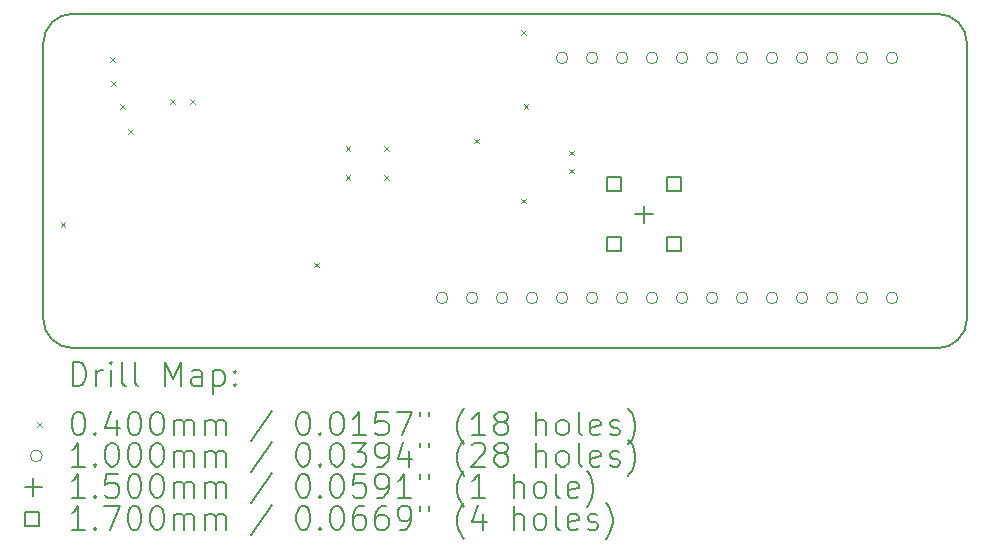
<source format=gbr>
%TF.GenerationSoftware,KiCad,Pcbnew,(6.0.7-1)-1*%
%TF.CreationDate,2023-10-03T00:10:06-07:00*%
%TF.ProjectId,FeatherWing_KC5,46656174-6865-4725-9769-6e675f4b4335,rev?*%
%TF.SameCoordinates,Original*%
%TF.FileFunction,Drillmap*%
%TF.FilePolarity,Positive*%
%FSLAX45Y45*%
G04 Gerber Fmt 4.5, Leading zero omitted, Abs format (unit mm)*
G04 Created by KiCad (PCBNEW (6.0.7-1)-1) date 2023-10-03 00:10:06*
%MOMM*%
%LPD*%
G01*
G04 APERTURE LIST*
%ADD10C,0.150000*%
%ADD11C,0.200000*%
%ADD12C,0.040000*%
%ADD13C,0.100000*%
%ADD14C,0.170000*%
G04 APERTURE END LIST*
D10*
X4556000Y-6795000D02*
X4556000Y-4470000D01*
X4556000Y-6795000D02*
G75*
G03*
X4810000Y-7049000I254000J0D01*
G01*
X12379389Y-4471000D02*
G75*
G03*
X12125000Y-4216000I-254389J610D01*
G01*
X4810000Y-4216000D02*
X12125000Y-4216000D01*
X4810000Y-7049000D02*
X12125395Y-7049000D01*
X12125395Y-7048995D02*
G75*
G03*
X12379395Y-6795000I-5J254005D01*
G01*
X12379395Y-6795000D02*
X12379395Y-4471000D01*
X4810000Y-4216000D02*
G75*
G03*
X4556000Y-4470000I0J-254000D01*
G01*
D11*
D12*
X4704000Y-5981000D02*
X4744000Y-6021000D01*
X4744000Y-5981000D02*
X4704000Y-6021000D01*
X5122000Y-4586000D02*
X5162000Y-4626000D01*
X5162000Y-4586000D02*
X5122000Y-4626000D01*
X5129000Y-4788000D02*
X5169000Y-4828000D01*
X5169000Y-4788000D02*
X5129000Y-4828000D01*
X5211000Y-4980000D02*
X5251000Y-5020000D01*
X5251000Y-4980000D02*
X5211000Y-5020000D01*
X5279000Y-5194000D02*
X5319000Y-5234000D01*
X5319000Y-5194000D02*
X5279000Y-5234000D01*
X5632000Y-4943000D02*
X5672000Y-4983000D01*
X5672000Y-4943000D02*
X5632000Y-4983000D01*
X5798000Y-4942000D02*
X5838000Y-4982000D01*
X5838000Y-4942000D02*
X5798000Y-4982000D01*
X6848000Y-6324000D02*
X6888000Y-6364000D01*
X6888000Y-6324000D02*
X6848000Y-6364000D01*
X7118000Y-5340000D02*
X7158000Y-5380000D01*
X7158000Y-5340000D02*
X7118000Y-5380000D01*
X7118000Y-5585000D02*
X7158000Y-5625000D01*
X7158000Y-5585000D02*
X7118000Y-5625000D01*
X7445000Y-5340000D02*
X7485000Y-5380000D01*
X7485000Y-5340000D02*
X7445000Y-5380000D01*
X7445000Y-5585000D02*
X7485000Y-5625000D01*
X7485000Y-5585000D02*
X7445000Y-5625000D01*
X8205000Y-5275000D02*
X8245000Y-5315000D01*
X8245000Y-5275000D02*
X8205000Y-5315000D01*
X8601000Y-4355000D02*
X8641000Y-4395000D01*
X8641000Y-4355000D02*
X8601000Y-4395000D01*
X8606000Y-5782000D02*
X8646000Y-5822000D01*
X8646000Y-5782000D02*
X8606000Y-5822000D01*
X8625000Y-4980000D02*
X8665000Y-5020000D01*
X8665000Y-4980000D02*
X8625000Y-5020000D01*
X9007000Y-5377000D02*
X9047000Y-5417000D01*
X9047000Y-5377000D02*
X9007000Y-5417000D01*
X9007000Y-5529000D02*
X9047000Y-5569000D01*
X9047000Y-5529000D02*
X9007000Y-5569000D01*
D13*
X7984000Y-6623000D02*
G75*
G03*
X7984000Y-6623000I-50000J0D01*
G01*
X8238000Y-6623000D02*
G75*
G03*
X8238000Y-6623000I-50000J0D01*
G01*
X8492000Y-6623000D02*
G75*
G03*
X8492000Y-6623000I-50000J0D01*
G01*
X8746000Y-6623000D02*
G75*
G03*
X8746000Y-6623000I-50000J0D01*
G01*
X9000000Y-4591000D02*
G75*
G03*
X9000000Y-4591000I-50000J0D01*
G01*
X9000000Y-6623000D02*
G75*
G03*
X9000000Y-6623000I-50000J0D01*
G01*
X9254000Y-4591000D02*
G75*
G03*
X9254000Y-4591000I-50000J0D01*
G01*
X9254000Y-6623000D02*
G75*
G03*
X9254000Y-6623000I-50000J0D01*
G01*
X9508000Y-4591000D02*
G75*
G03*
X9508000Y-4591000I-50000J0D01*
G01*
X9508000Y-6623000D02*
G75*
G03*
X9508000Y-6623000I-50000J0D01*
G01*
X9762000Y-4591000D02*
G75*
G03*
X9762000Y-4591000I-50000J0D01*
G01*
X9762000Y-6623000D02*
G75*
G03*
X9762000Y-6623000I-50000J0D01*
G01*
X10016000Y-4591000D02*
G75*
G03*
X10016000Y-4591000I-50000J0D01*
G01*
X10016000Y-6623000D02*
G75*
G03*
X10016000Y-6623000I-50000J0D01*
G01*
X10270000Y-4591000D02*
G75*
G03*
X10270000Y-4591000I-50000J0D01*
G01*
X10270000Y-6623000D02*
G75*
G03*
X10270000Y-6623000I-50000J0D01*
G01*
X10524000Y-4591000D02*
G75*
G03*
X10524000Y-4591000I-50000J0D01*
G01*
X10524000Y-6623000D02*
G75*
G03*
X10524000Y-6623000I-50000J0D01*
G01*
X10778000Y-4591000D02*
G75*
G03*
X10778000Y-4591000I-50000J0D01*
G01*
X10778000Y-6623000D02*
G75*
G03*
X10778000Y-6623000I-50000J0D01*
G01*
X11032000Y-4591000D02*
G75*
G03*
X11032000Y-4591000I-50000J0D01*
G01*
X11032000Y-6623000D02*
G75*
G03*
X11032000Y-6623000I-50000J0D01*
G01*
X11286000Y-4591000D02*
G75*
G03*
X11286000Y-4591000I-50000J0D01*
G01*
X11286000Y-6623000D02*
G75*
G03*
X11286000Y-6623000I-50000J0D01*
G01*
X11540000Y-4591000D02*
G75*
G03*
X11540000Y-4591000I-50000J0D01*
G01*
X11540000Y-6623000D02*
G75*
G03*
X11540000Y-6623000I-50000J0D01*
G01*
X11794000Y-4591000D02*
G75*
G03*
X11794000Y-4591000I-50000J0D01*
G01*
X11794000Y-6623000D02*
G75*
G03*
X11794000Y-6623000I-50000J0D01*
G01*
D10*
X9646000Y-5840750D02*
X9646000Y-5990750D01*
X9571000Y-5915750D02*
X9721000Y-5915750D01*
D14*
X9452105Y-5721855D02*
X9452105Y-5601645D01*
X9331895Y-5601645D01*
X9331895Y-5721855D01*
X9452105Y-5721855D01*
X9452105Y-6229855D02*
X9452105Y-6109645D01*
X9331895Y-6109645D01*
X9331895Y-6229855D01*
X9452105Y-6229855D01*
X9960105Y-5721855D02*
X9960105Y-5601645D01*
X9839895Y-5601645D01*
X9839895Y-5721855D01*
X9960105Y-5721855D01*
X9960105Y-6229855D02*
X9960105Y-6109645D01*
X9839895Y-6109645D01*
X9839895Y-6229855D01*
X9960105Y-6229855D01*
D11*
X4806119Y-7366976D02*
X4806119Y-7166976D01*
X4853738Y-7166976D01*
X4882310Y-7176500D01*
X4901357Y-7195548D01*
X4910881Y-7214595D01*
X4920405Y-7252690D01*
X4920405Y-7281262D01*
X4910881Y-7319357D01*
X4901357Y-7338405D01*
X4882310Y-7357452D01*
X4853738Y-7366976D01*
X4806119Y-7366976D01*
X5006119Y-7366976D02*
X5006119Y-7233643D01*
X5006119Y-7271738D02*
X5015643Y-7252690D01*
X5025167Y-7243167D01*
X5044214Y-7233643D01*
X5063262Y-7233643D01*
X5129929Y-7366976D02*
X5129929Y-7233643D01*
X5129929Y-7166976D02*
X5120405Y-7176500D01*
X5129929Y-7186024D01*
X5139452Y-7176500D01*
X5129929Y-7166976D01*
X5129929Y-7186024D01*
X5253738Y-7366976D02*
X5234690Y-7357452D01*
X5225167Y-7338405D01*
X5225167Y-7166976D01*
X5358500Y-7366976D02*
X5339452Y-7357452D01*
X5329929Y-7338405D01*
X5329929Y-7166976D01*
X5587071Y-7366976D02*
X5587071Y-7166976D01*
X5653738Y-7309833D01*
X5720405Y-7166976D01*
X5720405Y-7366976D01*
X5901357Y-7366976D02*
X5901357Y-7262214D01*
X5891833Y-7243167D01*
X5872786Y-7233643D01*
X5834690Y-7233643D01*
X5815643Y-7243167D01*
X5901357Y-7357452D02*
X5882309Y-7366976D01*
X5834690Y-7366976D01*
X5815643Y-7357452D01*
X5806119Y-7338405D01*
X5806119Y-7319357D01*
X5815643Y-7300309D01*
X5834690Y-7290786D01*
X5882309Y-7290786D01*
X5901357Y-7281262D01*
X5996595Y-7233643D02*
X5996595Y-7433643D01*
X5996595Y-7243167D02*
X6015643Y-7233643D01*
X6053738Y-7233643D01*
X6072786Y-7243167D01*
X6082309Y-7252690D01*
X6091833Y-7271738D01*
X6091833Y-7328881D01*
X6082309Y-7347928D01*
X6072786Y-7357452D01*
X6053738Y-7366976D01*
X6015643Y-7366976D01*
X5996595Y-7357452D01*
X6177548Y-7347928D02*
X6187071Y-7357452D01*
X6177548Y-7366976D01*
X6168024Y-7357452D01*
X6177548Y-7347928D01*
X6177548Y-7366976D01*
X6177548Y-7243167D02*
X6187071Y-7252690D01*
X6177548Y-7262214D01*
X6168024Y-7252690D01*
X6177548Y-7243167D01*
X6177548Y-7262214D01*
D12*
X4508500Y-7676500D02*
X4548500Y-7716500D01*
X4548500Y-7676500D02*
X4508500Y-7716500D01*
D11*
X4844214Y-7586976D02*
X4863262Y-7586976D01*
X4882310Y-7596500D01*
X4891833Y-7606024D01*
X4901357Y-7625071D01*
X4910881Y-7663167D01*
X4910881Y-7710786D01*
X4901357Y-7748881D01*
X4891833Y-7767928D01*
X4882310Y-7777452D01*
X4863262Y-7786976D01*
X4844214Y-7786976D01*
X4825167Y-7777452D01*
X4815643Y-7767928D01*
X4806119Y-7748881D01*
X4796595Y-7710786D01*
X4796595Y-7663167D01*
X4806119Y-7625071D01*
X4815643Y-7606024D01*
X4825167Y-7596500D01*
X4844214Y-7586976D01*
X4996595Y-7767928D02*
X5006119Y-7777452D01*
X4996595Y-7786976D01*
X4987071Y-7777452D01*
X4996595Y-7767928D01*
X4996595Y-7786976D01*
X5177548Y-7653643D02*
X5177548Y-7786976D01*
X5129929Y-7577452D02*
X5082310Y-7720309D01*
X5206119Y-7720309D01*
X5320405Y-7586976D02*
X5339452Y-7586976D01*
X5358500Y-7596500D01*
X5368024Y-7606024D01*
X5377548Y-7625071D01*
X5387071Y-7663167D01*
X5387071Y-7710786D01*
X5377548Y-7748881D01*
X5368024Y-7767928D01*
X5358500Y-7777452D01*
X5339452Y-7786976D01*
X5320405Y-7786976D01*
X5301357Y-7777452D01*
X5291833Y-7767928D01*
X5282310Y-7748881D01*
X5272786Y-7710786D01*
X5272786Y-7663167D01*
X5282310Y-7625071D01*
X5291833Y-7606024D01*
X5301357Y-7596500D01*
X5320405Y-7586976D01*
X5510881Y-7586976D02*
X5529929Y-7586976D01*
X5548976Y-7596500D01*
X5558500Y-7606024D01*
X5568024Y-7625071D01*
X5577548Y-7663167D01*
X5577548Y-7710786D01*
X5568024Y-7748881D01*
X5558500Y-7767928D01*
X5548976Y-7777452D01*
X5529929Y-7786976D01*
X5510881Y-7786976D01*
X5491833Y-7777452D01*
X5482310Y-7767928D01*
X5472786Y-7748881D01*
X5463262Y-7710786D01*
X5463262Y-7663167D01*
X5472786Y-7625071D01*
X5482310Y-7606024D01*
X5491833Y-7596500D01*
X5510881Y-7586976D01*
X5663262Y-7786976D02*
X5663262Y-7653643D01*
X5663262Y-7672690D02*
X5672786Y-7663167D01*
X5691833Y-7653643D01*
X5720405Y-7653643D01*
X5739452Y-7663167D01*
X5748976Y-7682214D01*
X5748976Y-7786976D01*
X5748976Y-7682214D02*
X5758500Y-7663167D01*
X5777548Y-7653643D01*
X5806119Y-7653643D01*
X5825167Y-7663167D01*
X5834690Y-7682214D01*
X5834690Y-7786976D01*
X5929928Y-7786976D02*
X5929928Y-7653643D01*
X5929928Y-7672690D02*
X5939452Y-7663167D01*
X5958500Y-7653643D01*
X5987071Y-7653643D01*
X6006119Y-7663167D01*
X6015643Y-7682214D01*
X6015643Y-7786976D01*
X6015643Y-7682214D02*
X6025167Y-7663167D01*
X6044214Y-7653643D01*
X6072786Y-7653643D01*
X6091833Y-7663167D01*
X6101357Y-7682214D01*
X6101357Y-7786976D01*
X6491833Y-7577452D02*
X6320405Y-7834595D01*
X6748976Y-7586976D02*
X6768024Y-7586976D01*
X6787071Y-7596500D01*
X6796595Y-7606024D01*
X6806119Y-7625071D01*
X6815643Y-7663167D01*
X6815643Y-7710786D01*
X6806119Y-7748881D01*
X6796595Y-7767928D01*
X6787071Y-7777452D01*
X6768024Y-7786976D01*
X6748976Y-7786976D01*
X6729928Y-7777452D01*
X6720405Y-7767928D01*
X6710881Y-7748881D01*
X6701357Y-7710786D01*
X6701357Y-7663167D01*
X6710881Y-7625071D01*
X6720405Y-7606024D01*
X6729928Y-7596500D01*
X6748976Y-7586976D01*
X6901357Y-7767928D02*
X6910881Y-7777452D01*
X6901357Y-7786976D01*
X6891833Y-7777452D01*
X6901357Y-7767928D01*
X6901357Y-7786976D01*
X7034690Y-7586976D02*
X7053738Y-7586976D01*
X7072786Y-7596500D01*
X7082309Y-7606024D01*
X7091833Y-7625071D01*
X7101357Y-7663167D01*
X7101357Y-7710786D01*
X7091833Y-7748881D01*
X7082309Y-7767928D01*
X7072786Y-7777452D01*
X7053738Y-7786976D01*
X7034690Y-7786976D01*
X7015643Y-7777452D01*
X7006119Y-7767928D01*
X6996595Y-7748881D01*
X6987071Y-7710786D01*
X6987071Y-7663167D01*
X6996595Y-7625071D01*
X7006119Y-7606024D01*
X7015643Y-7596500D01*
X7034690Y-7586976D01*
X7291833Y-7786976D02*
X7177548Y-7786976D01*
X7234690Y-7786976D02*
X7234690Y-7586976D01*
X7215643Y-7615548D01*
X7196595Y-7634595D01*
X7177548Y-7644119D01*
X7472786Y-7586976D02*
X7377548Y-7586976D01*
X7368024Y-7682214D01*
X7377548Y-7672690D01*
X7396595Y-7663167D01*
X7444214Y-7663167D01*
X7463262Y-7672690D01*
X7472786Y-7682214D01*
X7482309Y-7701262D01*
X7482309Y-7748881D01*
X7472786Y-7767928D01*
X7463262Y-7777452D01*
X7444214Y-7786976D01*
X7396595Y-7786976D01*
X7377548Y-7777452D01*
X7368024Y-7767928D01*
X7548976Y-7586976D02*
X7682309Y-7586976D01*
X7596595Y-7786976D01*
X7748976Y-7586976D02*
X7748976Y-7625071D01*
X7825167Y-7586976D02*
X7825167Y-7625071D01*
X8120405Y-7863167D02*
X8110881Y-7853643D01*
X8091833Y-7825071D01*
X8082309Y-7806024D01*
X8072786Y-7777452D01*
X8063262Y-7729833D01*
X8063262Y-7691738D01*
X8072786Y-7644119D01*
X8082309Y-7615548D01*
X8091833Y-7596500D01*
X8110881Y-7567928D01*
X8120405Y-7558405D01*
X8301357Y-7786976D02*
X8187071Y-7786976D01*
X8244214Y-7786976D02*
X8244214Y-7586976D01*
X8225167Y-7615548D01*
X8206119Y-7634595D01*
X8187071Y-7644119D01*
X8415643Y-7672690D02*
X8396595Y-7663167D01*
X8387071Y-7653643D01*
X8377548Y-7634595D01*
X8377548Y-7625071D01*
X8387071Y-7606024D01*
X8396595Y-7596500D01*
X8415643Y-7586976D01*
X8453738Y-7586976D01*
X8472786Y-7596500D01*
X8482310Y-7606024D01*
X8491833Y-7625071D01*
X8491833Y-7634595D01*
X8482310Y-7653643D01*
X8472786Y-7663167D01*
X8453738Y-7672690D01*
X8415643Y-7672690D01*
X8396595Y-7682214D01*
X8387071Y-7691738D01*
X8377548Y-7710786D01*
X8377548Y-7748881D01*
X8387071Y-7767928D01*
X8396595Y-7777452D01*
X8415643Y-7786976D01*
X8453738Y-7786976D01*
X8472786Y-7777452D01*
X8482310Y-7767928D01*
X8491833Y-7748881D01*
X8491833Y-7710786D01*
X8482310Y-7691738D01*
X8472786Y-7682214D01*
X8453738Y-7672690D01*
X8729929Y-7786976D02*
X8729929Y-7586976D01*
X8815643Y-7786976D02*
X8815643Y-7682214D01*
X8806119Y-7663167D01*
X8787071Y-7653643D01*
X8758500Y-7653643D01*
X8739452Y-7663167D01*
X8729929Y-7672690D01*
X8939452Y-7786976D02*
X8920405Y-7777452D01*
X8910881Y-7767928D01*
X8901357Y-7748881D01*
X8901357Y-7691738D01*
X8910881Y-7672690D01*
X8920405Y-7663167D01*
X8939452Y-7653643D01*
X8968024Y-7653643D01*
X8987071Y-7663167D01*
X8996595Y-7672690D01*
X9006119Y-7691738D01*
X9006119Y-7748881D01*
X8996595Y-7767928D01*
X8987071Y-7777452D01*
X8968024Y-7786976D01*
X8939452Y-7786976D01*
X9120405Y-7786976D02*
X9101357Y-7777452D01*
X9091833Y-7758405D01*
X9091833Y-7586976D01*
X9272786Y-7777452D02*
X9253738Y-7786976D01*
X9215643Y-7786976D01*
X9196595Y-7777452D01*
X9187071Y-7758405D01*
X9187071Y-7682214D01*
X9196595Y-7663167D01*
X9215643Y-7653643D01*
X9253738Y-7653643D01*
X9272786Y-7663167D01*
X9282310Y-7682214D01*
X9282310Y-7701262D01*
X9187071Y-7720309D01*
X9358500Y-7777452D02*
X9377548Y-7786976D01*
X9415643Y-7786976D01*
X9434690Y-7777452D01*
X9444214Y-7758405D01*
X9444214Y-7748881D01*
X9434690Y-7729833D01*
X9415643Y-7720309D01*
X9387071Y-7720309D01*
X9368024Y-7710786D01*
X9358500Y-7691738D01*
X9358500Y-7682214D01*
X9368024Y-7663167D01*
X9387071Y-7653643D01*
X9415643Y-7653643D01*
X9434690Y-7663167D01*
X9510881Y-7863167D02*
X9520405Y-7853643D01*
X9539452Y-7825071D01*
X9548976Y-7806024D01*
X9558500Y-7777452D01*
X9568024Y-7729833D01*
X9568024Y-7691738D01*
X9558500Y-7644119D01*
X9548976Y-7615548D01*
X9539452Y-7596500D01*
X9520405Y-7567928D01*
X9510881Y-7558405D01*
D13*
X4548500Y-7960500D02*
G75*
G03*
X4548500Y-7960500I-50000J0D01*
G01*
D11*
X4910881Y-8050976D02*
X4796595Y-8050976D01*
X4853738Y-8050976D02*
X4853738Y-7850976D01*
X4834690Y-7879548D01*
X4815643Y-7898595D01*
X4796595Y-7908119D01*
X4996595Y-8031928D02*
X5006119Y-8041452D01*
X4996595Y-8050976D01*
X4987071Y-8041452D01*
X4996595Y-8031928D01*
X4996595Y-8050976D01*
X5129929Y-7850976D02*
X5148976Y-7850976D01*
X5168024Y-7860500D01*
X5177548Y-7870024D01*
X5187071Y-7889071D01*
X5196595Y-7927167D01*
X5196595Y-7974786D01*
X5187071Y-8012881D01*
X5177548Y-8031928D01*
X5168024Y-8041452D01*
X5148976Y-8050976D01*
X5129929Y-8050976D01*
X5110881Y-8041452D01*
X5101357Y-8031928D01*
X5091833Y-8012881D01*
X5082310Y-7974786D01*
X5082310Y-7927167D01*
X5091833Y-7889071D01*
X5101357Y-7870024D01*
X5110881Y-7860500D01*
X5129929Y-7850976D01*
X5320405Y-7850976D02*
X5339452Y-7850976D01*
X5358500Y-7860500D01*
X5368024Y-7870024D01*
X5377548Y-7889071D01*
X5387071Y-7927167D01*
X5387071Y-7974786D01*
X5377548Y-8012881D01*
X5368024Y-8031928D01*
X5358500Y-8041452D01*
X5339452Y-8050976D01*
X5320405Y-8050976D01*
X5301357Y-8041452D01*
X5291833Y-8031928D01*
X5282310Y-8012881D01*
X5272786Y-7974786D01*
X5272786Y-7927167D01*
X5282310Y-7889071D01*
X5291833Y-7870024D01*
X5301357Y-7860500D01*
X5320405Y-7850976D01*
X5510881Y-7850976D02*
X5529929Y-7850976D01*
X5548976Y-7860500D01*
X5558500Y-7870024D01*
X5568024Y-7889071D01*
X5577548Y-7927167D01*
X5577548Y-7974786D01*
X5568024Y-8012881D01*
X5558500Y-8031928D01*
X5548976Y-8041452D01*
X5529929Y-8050976D01*
X5510881Y-8050976D01*
X5491833Y-8041452D01*
X5482310Y-8031928D01*
X5472786Y-8012881D01*
X5463262Y-7974786D01*
X5463262Y-7927167D01*
X5472786Y-7889071D01*
X5482310Y-7870024D01*
X5491833Y-7860500D01*
X5510881Y-7850976D01*
X5663262Y-8050976D02*
X5663262Y-7917643D01*
X5663262Y-7936690D02*
X5672786Y-7927167D01*
X5691833Y-7917643D01*
X5720405Y-7917643D01*
X5739452Y-7927167D01*
X5748976Y-7946214D01*
X5748976Y-8050976D01*
X5748976Y-7946214D02*
X5758500Y-7927167D01*
X5777548Y-7917643D01*
X5806119Y-7917643D01*
X5825167Y-7927167D01*
X5834690Y-7946214D01*
X5834690Y-8050976D01*
X5929928Y-8050976D02*
X5929928Y-7917643D01*
X5929928Y-7936690D02*
X5939452Y-7927167D01*
X5958500Y-7917643D01*
X5987071Y-7917643D01*
X6006119Y-7927167D01*
X6015643Y-7946214D01*
X6015643Y-8050976D01*
X6015643Y-7946214D02*
X6025167Y-7927167D01*
X6044214Y-7917643D01*
X6072786Y-7917643D01*
X6091833Y-7927167D01*
X6101357Y-7946214D01*
X6101357Y-8050976D01*
X6491833Y-7841452D02*
X6320405Y-8098595D01*
X6748976Y-7850976D02*
X6768024Y-7850976D01*
X6787071Y-7860500D01*
X6796595Y-7870024D01*
X6806119Y-7889071D01*
X6815643Y-7927167D01*
X6815643Y-7974786D01*
X6806119Y-8012881D01*
X6796595Y-8031928D01*
X6787071Y-8041452D01*
X6768024Y-8050976D01*
X6748976Y-8050976D01*
X6729928Y-8041452D01*
X6720405Y-8031928D01*
X6710881Y-8012881D01*
X6701357Y-7974786D01*
X6701357Y-7927167D01*
X6710881Y-7889071D01*
X6720405Y-7870024D01*
X6729928Y-7860500D01*
X6748976Y-7850976D01*
X6901357Y-8031928D02*
X6910881Y-8041452D01*
X6901357Y-8050976D01*
X6891833Y-8041452D01*
X6901357Y-8031928D01*
X6901357Y-8050976D01*
X7034690Y-7850976D02*
X7053738Y-7850976D01*
X7072786Y-7860500D01*
X7082309Y-7870024D01*
X7091833Y-7889071D01*
X7101357Y-7927167D01*
X7101357Y-7974786D01*
X7091833Y-8012881D01*
X7082309Y-8031928D01*
X7072786Y-8041452D01*
X7053738Y-8050976D01*
X7034690Y-8050976D01*
X7015643Y-8041452D01*
X7006119Y-8031928D01*
X6996595Y-8012881D01*
X6987071Y-7974786D01*
X6987071Y-7927167D01*
X6996595Y-7889071D01*
X7006119Y-7870024D01*
X7015643Y-7860500D01*
X7034690Y-7850976D01*
X7168024Y-7850976D02*
X7291833Y-7850976D01*
X7225167Y-7927167D01*
X7253738Y-7927167D01*
X7272786Y-7936690D01*
X7282309Y-7946214D01*
X7291833Y-7965262D01*
X7291833Y-8012881D01*
X7282309Y-8031928D01*
X7272786Y-8041452D01*
X7253738Y-8050976D01*
X7196595Y-8050976D01*
X7177548Y-8041452D01*
X7168024Y-8031928D01*
X7387071Y-8050976D02*
X7425167Y-8050976D01*
X7444214Y-8041452D01*
X7453738Y-8031928D01*
X7472786Y-8003357D01*
X7482309Y-7965262D01*
X7482309Y-7889071D01*
X7472786Y-7870024D01*
X7463262Y-7860500D01*
X7444214Y-7850976D01*
X7406119Y-7850976D01*
X7387071Y-7860500D01*
X7377548Y-7870024D01*
X7368024Y-7889071D01*
X7368024Y-7936690D01*
X7377548Y-7955738D01*
X7387071Y-7965262D01*
X7406119Y-7974786D01*
X7444214Y-7974786D01*
X7463262Y-7965262D01*
X7472786Y-7955738D01*
X7482309Y-7936690D01*
X7653738Y-7917643D02*
X7653738Y-8050976D01*
X7606119Y-7841452D02*
X7558500Y-7984309D01*
X7682309Y-7984309D01*
X7748976Y-7850976D02*
X7748976Y-7889071D01*
X7825167Y-7850976D02*
X7825167Y-7889071D01*
X8120405Y-8127167D02*
X8110881Y-8117643D01*
X8091833Y-8089071D01*
X8082309Y-8070024D01*
X8072786Y-8041452D01*
X8063262Y-7993833D01*
X8063262Y-7955738D01*
X8072786Y-7908119D01*
X8082309Y-7879548D01*
X8091833Y-7860500D01*
X8110881Y-7831928D01*
X8120405Y-7822405D01*
X8187071Y-7870024D02*
X8196595Y-7860500D01*
X8215643Y-7850976D01*
X8263262Y-7850976D01*
X8282309Y-7860500D01*
X8291833Y-7870024D01*
X8301357Y-7889071D01*
X8301357Y-7908119D01*
X8291833Y-7936690D01*
X8177548Y-8050976D01*
X8301357Y-8050976D01*
X8415643Y-7936690D02*
X8396595Y-7927167D01*
X8387071Y-7917643D01*
X8377548Y-7898595D01*
X8377548Y-7889071D01*
X8387071Y-7870024D01*
X8396595Y-7860500D01*
X8415643Y-7850976D01*
X8453738Y-7850976D01*
X8472786Y-7860500D01*
X8482310Y-7870024D01*
X8491833Y-7889071D01*
X8491833Y-7898595D01*
X8482310Y-7917643D01*
X8472786Y-7927167D01*
X8453738Y-7936690D01*
X8415643Y-7936690D01*
X8396595Y-7946214D01*
X8387071Y-7955738D01*
X8377548Y-7974786D01*
X8377548Y-8012881D01*
X8387071Y-8031928D01*
X8396595Y-8041452D01*
X8415643Y-8050976D01*
X8453738Y-8050976D01*
X8472786Y-8041452D01*
X8482310Y-8031928D01*
X8491833Y-8012881D01*
X8491833Y-7974786D01*
X8482310Y-7955738D01*
X8472786Y-7946214D01*
X8453738Y-7936690D01*
X8729929Y-8050976D02*
X8729929Y-7850976D01*
X8815643Y-8050976D02*
X8815643Y-7946214D01*
X8806119Y-7927167D01*
X8787071Y-7917643D01*
X8758500Y-7917643D01*
X8739452Y-7927167D01*
X8729929Y-7936690D01*
X8939452Y-8050976D02*
X8920405Y-8041452D01*
X8910881Y-8031928D01*
X8901357Y-8012881D01*
X8901357Y-7955738D01*
X8910881Y-7936690D01*
X8920405Y-7927167D01*
X8939452Y-7917643D01*
X8968024Y-7917643D01*
X8987071Y-7927167D01*
X8996595Y-7936690D01*
X9006119Y-7955738D01*
X9006119Y-8012881D01*
X8996595Y-8031928D01*
X8987071Y-8041452D01*
X8968024Y-8050976D01*
X8939452Y-8050976D01*
X9120405Y-8050976D02*
X9101357Y-8041452D01*
X9091833Y-8022405D01*
X9091833Y-7850976D01*
X9272786Y-8041452D02*
X9253738Y-8050976D01*
X9215643Y-8050976D01*
X9196595Y-8041452D01*
X9187071Y-8022405D01*
X9187071Y-7946214D01*
X9196595Y-7927167D01*
X9215643Y-7917643D01*
X9253738Y-7917643D01*
X9272786Y-7927167D01*
X9282310Y-7946214D01*
X9282310Y-7965262D01*
X9187071Y-7984309D01*
X9358500Y-8041452D02*
X9377548Y-8050976D01*
X9415643Y-8050976D01*
X9434690Y-8041452D01*
X9444214Y-8022405D01*
X9444214Y-8012881D01*
X9434690Y-7993833D01*
X9415643Y-7984309D01*
X9387071Y-7984309D01*
X9368024Y-7974786D01*
X9358500Y-7955738D01*
X9358500Y-7946214D01*
X9368024Y-7927167D01*
X9387071Y-7917643D01*
X9415643Y-7917643D01*
X9434690Y-7927167D01*
X9510881Y-8127167D02*
X9520405Y-8117643D01*
X9539452Y-8089071D01*
X9548976Y-8070024D01*
X9558500Y-8041452D01*
X9568024Y-7993833D01*
X9568024Y-7955738D01*
X9558500Y-7908119D01*
X9548976Y-7879548D01*
X9539452Y-7860500D01*
X9520405Y-7831928D01*
X9510881Y-7822405D01*
D10*
X4473500Y-8149500D02*
X4473500Y-8299500D01*
X4398500Y-8224500D02*
X4548500Y-8224500D01*
D11*
X4910881Y-8314976D02*
X4796595Y-8314976D01*
X4853738Y-8314976D02*
X4853738Y-8114976D01*
X4834690Y-8143548D01*
X4815643Y-8162595D01*
X4796595Y-8172119D01*
X4996595Y-8295928D02*
X5006119Y-8305452D01*
X4996595Y-8314976D01*
X4987071Y-8305452D01*
X4996595Y-8295928D01*
X4996595Y-8314976D01*
X5187071Y-8114976D02*
X5091833Y-8114976D01*
X5082310Y-8210214D01*
X5091833Y-8200690D01*
X5110881Y-8191167D01*
X5158500Y-8191167D01*
X5177548Y-8200690D01*
X5187071Y-8210214D01*
X5196595Y-8229262D01*
X5196595Y-8276881D01*
X5187071Y-8295928D01*
X5177548Y-8305452D01*
X5158500Y-8314976D01*
X5110881Y-8314976D01*
X5091833Y-8305452D01*
X5082310Y-8295928D01*
X5320405Y-8114976D02*
X5339452Y-8114976D01*
X5358500Y-8124500D01*
X5368024Y-8134024D01*
X5377548Y-8153071D01*
X5387071Y-8191167D01*
X5387071Y-8238786D01*
X5377548Y-8276881D01*
X5368024Y-8295928D01*
X5358500Y-8305452D01*
X5339452Y-8314976D01*
X5320405Y-8314976D01*
X5301357Y-8305452D01*
X5291833Y-8295928D01*
X5282310Y-8276881D01*
X5272786Y-8238786D01*
X5272786Y-8191167D01*
X5282310Y-8153071D01*
X5291833Y-8134024D01*
X5301357Y-8124500D01*
X5320405Y-8114976D01*
X5510881Y-8114976D02*
X5529929Y-8114976D01*
X5548976Y-8124500D01*
X5558500Y-8134024D01*
X5568024Y-8153071D01*
X5577548Y-8191167D01*
X5577548Y-8238786D01*
X5568024Y-8276881D01*
X5558500Y-8295928D01*
X5548976Y-8305452D01*
X5529929Y-8314976D01*
X5510881Y-8314976D01*
X5491833Y-8305452D01*
X5482310Y-8295928D01*
X5472786Y-8276881D01*
X5463262Y-8238786D01*
X5463262Y-8191167D01*
X5472786Y-8153071D01*
X5482310Y-8134024D01*
X5491833Y-8124500D01*
X5510881Y-8114976D01*
X5663262Y-8314976D02*
X5663262Y-8181643D01*
X5663262Y-8200690D02*
X5672786Y-8191167D01*
X5691833Y-8181643D01*
X5720405Y-8181643D01*
X5739452Y-8191167D01*
X5748976Y-8210214D01*
X5748976Y-8314976D01*
X5748976Y-8210214D02*
X5758500Y-8191167D01*
X5777548Y-8181643D01*
X5806119Y-8181643D01*
X5825167Y-8191167D01*
X5834690Y-8210214D01*
X5834690Y-8314976D01*
X5929928Y-8314976D02*
X5929928Y-8181643D01*
X5929928Y-8200690D02*
X5939452Y-8191167D01*
X5958500Y-8181643D01*
X5987071Y-8181643D01*
X6006119Y-8191167D01*
X6015643Y-8210214D01*
X6015643Y-8314976D01*
X6015643Y-8210214D02*
X6025167Y-8191167D01*
X6044214Y-8181643D01*
X6072786Y-8181643D01*
X6091833Y-8191167D01*
X6101357Y-8210214D01*
X6101357Y-8314976D01*
X6491833Y-8105452D02*
X6320405Y-8362595D01*
X6748976Y-8114976D02*
X6768024Y-8114976D01*
X6787071Y-8124500D01*
X6796595Y-8134024D01*
X6806119Y-8153071D01*
X6815643Y-8191167D01*
X6815643Y-8238786D01*
X6806119Y-8276881D01*
X6796595Y-8295928D01*
X6787071Y-8305452D01*
X6768024Y-8314976D01*
X6748976Y-8314976D01*
X6729928Y-8305452D01*
X6720405Y-8295928D01*
X6710881Y-8276881D01*
X6701357Y-8238786D01*
X6701357Y-8191167D01*
X6710881Y-8153071D01*
X6720405Y-8134024D01*
X6729928Y-8124500D01*
X6748976Y-8114976D01*
X6901357Y-8295928D02*
X6910881Y-8305452D01*
X6901357Y-8314976D01*
X6891833Y-8305452D01*
X6901357Y-8295928D01*
X6901357Y-8314976D01*
X7034690Y-8114976D02*
X7053738Y-8114976D01*
X7072786Y-8124500D01*
X7082309Y-8134024D01*
X7091833Y-8153071D01*
X7101357Y-8191167D01*
X7101357Y-8238786D01*
X7091833Y-8276881D01*
X7082309Y-8295928D01*
X7072786Y-8305452D01*
X7053738Y-8314976D01*
X7034690Y-8314976D01*
X7015643Y-8305452D01*
X7006119Y-8295928D01*
X6996595Y-8276881D01*
X6987071Y-8238786D01*
X6987071Y-8191167D01*
X6996595Y-8153071D01*
X7006119Y-8134024D01*
X7015643Y-8124500D01*
X7034690Y-8114976D01*
X7282309Y-8114976D02*
X7187071Y-8114976D01*
X7177548Y-8210214D01*
X7187071Y-8200690D01*
X7206119Y-8191167D01*
X7253738Y-8191167D01*
X7272786Y-8200690D01*
X7282309Y-8210214D01*
X7291833Y-8229262D01*
X7291833Y-8276881D01*
X7282309Y-8295928D01*
X7272786Y-8305452D01*
X7253738Y-8314976D01*
X7206119Y-8314976D01*
X7187071Y-8305452D01*
X7177548Y-8295928D01*
X7387071Y-8314976D02*
X7425167Y-8314976D01*
X7444214Y-8305452D01*
X7453738Y-8295928D01*
X7472786Y-8267357D01*
X7482309Y-8229262D01*
X7482309Y-8153071D01*
X7472786Y-8134024D01*
X7463262Y-8124500D01*
X7444214Y-8114976D01*
X7406119Y-8114976D01*
X7387071Y-8124500D01*
X7377548Y-8134024D01*
X7368024Y-8153071D01*
X7368024Y-8200690D01*
X7377548Y-8219738D01*
X7387071Y-8229262D01*
X7406119Y-8238786D01*
X7444214Y-8238786D01*
X7463262Y-8229262D01*
X7472786Y-8219738D01*
X7482309Y-8200690D01*
X7672786Y-8314976D02*
X7558500Y-8314976D01*
X7615643Y-8314976D02*
X7615643Y-8114976D01*
X7596595Y-8143548D01*
X7577548Y-8162595D01*
X7558500Y-8172119D01*
X7748976Y-8114976D02*
X7748976Y-8153071D01*
X7825167Y-8114976D02*
X7825167Y-8153071D01*
X8120405Y-8391167D02*
X8110881Y-8381643D01*
X8091833Y-8353071D01*
X8082309Y-8334024D01*
X8072786Y-8305452D01*
X8063262Y-8257833D01*
X8063262Y-8219738D01*
X8072786Y-8172119D01*
X8082309Y-8143548D01*
X8091833Y-8124500D01*
X8110881Y-8095928D01*
X8120405Y-8086405D01*
X8301357Y-8314976D02*
X8187071Y-8314976D01*
X8244214Y-8314976D02*
X8244214Y-8114976D01*
X8225167Y-8143548D01*
X8206119Y-8162595D01*
X8187071Y-8172119D01*
X8539452Y-8314976D02*
X8539452Y-8114976D01*
X8625167Y-8314976D02*
X8625167Y-8210214D01*
X8615643Y-8191167D01*
X8596595Y-8181643D01*
X8568024Y-8181643D01*
X8548976Y-8191167D01*
X8539452Y-8200690D01*
X8748976Y-8314976D02*
X8729929Y-8305452D01*
X8720405Y-8295928D01*
X8710881Y-8276881D01*
X8710881Y-8219738D01*
X8720405Y-8200690D01*
X8729929Y-8191167D01*
X8748976Y-8181643D01*
X8777548Y-8181643D01*
X8796595Y-8191167D01*
X8806119Y-8200690D01*
X8815643Y-8219738D01*
X8815643Y-8276881D01*
X8806119Y-8295928D01*
X8796595Y-8305452D01*
X8777548Y-8314976D01*
X8748976Y-8314976D01*
X8929929Y-8314976D02*
X8910881Y-8305452D01*
X8901357Y-8286405D01*
X8901357Y-8114976D01*
X9082310Y-8305452D02*
X9063262Y-8314976D01*
X9025167Y-8314976D01*
X9006119Y-8305452D01*
X8996595Y-8286405D01*
X8996595Y-8210214D01*
X9006119Y-8191167D01*
X9025167Y-8181643D01*
X9063262Y-8181643D01*
X9082310Y-8191167D01*
X9091833Y-8210214D01*
X9091833Y-8229262D01*
X8996595Y-8248309D01*
X9158500Y-8391167D02*
X9168024Y-8381643D01*
X9187071Y-8353071D01*
X9196595Y-8334024D01*
X9206119Y-8305452D01*
X9215643Y-8257833D01*
X9215643Y-8219738D01*
X9206119Y-8172119D01*
X9196595Y-8143548D01*
X9187071Y-8124500D01*
X9168024Y-8095928D01*
X9158500Y-8086405D01*
D14*
X4523605Y-8554605D02*
X4523605Y-8434395D01*
X4403395Y-8434395D01*
X4403395Y-8554605D01*
X4523605Y-8554605D01*
D11*
X4910881Y-8584976D02*
X4796595Y-8584976D01*
X4853738Y-8584976D02*
X4853738Y-8384976D01*
X4834690Y-8413548D01*
X4815643Y-8432595D01*
X4796595Y-8442119D01*
X4996595Y-8565929D02*
X5006119Y-8575452D01*
X4996595Y-8584976D01*
X4987071Y-8575452D01*
X4996595Y-8565929D01*
X4996595Y-8584976D01*
X5072786Y-8384976D02*
X5206119Y-8384976D01*
X5120405Y-8584976D01*
X5320405Y-8384976D02*
X5339452Y-8384976D01*
X5358500Y-8394500D01*
X5368024Y-8404024D01*
X5377548Y-8423071D01*
X5387071Y-8461167D01*
X5387071Y-8508786D01*
X5377548Y-8546881D01*
X5368024Y-8565929D01*
X5358500Y-8575452D01*
X5339452Y-8584976D01*
X5320405Y-8584976D01*
X5301357Y-8575452D01*
X5291833Y-8565929D01*
X5282310Y-8546881D01*
X5272786Y-8508786D01*
X5272786Y-8461167D01*
X5282310Y-8423071D01*
X5291833Y-8404024D01*
X5301357Y-8394500D01*
X5320405Y-8384976D01*
X5510881Y-8384976D02*
X5529929Y-8384976D01*
X5548976Y-8394500D01*
X5558500Y-8404024D01*
X5568024Y-8423071D01*
X5577548Y-8461167D01*
X5577548Y-8508786D01*
X5568024Y-8546881D01*
X5558500Y-8565929D01*
X5548976Y-8575452D01*
X5529929Y-8584976D01*
X5510881Y-8584976D01*
X5491833Y-8575452D01*
X5482310Y-8565929D01*
X5472786Y-8546881D01*
X5463262Y-8508786D01*
X5463262Y-8461167D01*
X5472786Y-8423071D01*
X5482310Y-8404024D01*
X5491833Y-8394500D01*
X5510881Y-8384976D01*
X5663262Y-8584976D02*
X5663262Y-8451643D01*
X5663262Y-8470690D02*
X5672786Y-8461167D01*
X5691833Y-8451643D01*
X5720405Y-8451643D01*
X5739452Y-8461167D01*
X5748976Y-8480214D01*
X5748976Y-8584976D01*
X5748976Y-8480214D02*
X5758500Y-8461167D01*
X5777548Y-8451643D01*
X5806119Y-8451643D01*
X5825167Y-8461167D01*
X5834690Y-8480214D01*
X5834690Y-8584976D01*
X5929928Y-8584976D02*
X5929928Y-8451643D01*
X5929928Y-8470690D02*
X5939452Y-8461167D01*
X5958500Y-8451643D01*
X5987071Y-8451643D01*
X6006119Y-8461167D01*
X6015643Y-8480214D01*
X6015643Y-8584976D01*
X6015643Y-8480214D02*
X6025167Y-8461167D01*
X6044214Y-8451643D01*
X6072786Y-8451643D01*
X6091833Y-8461167D01*
X6101357Y-8480214D01*
X6101357Y-8584976D01*
X6491833Y-8375452D02*
X6320405Y-8632595D01*
X6748976Y-8384976D02*
X6768024Y-8384976D01*
X6787071Y-8394500D01*
X6796595Y-8404024D01*
X6806119Y-8423071D01*
X6815643Y-8461167D01*
X6815643Y-8508786D01*
X6806119Y-8546881D01*
X6796595Y-8565929D01*
X6787071Y-8575452D01*
X6768024Y-8584976D01*
X6748976Y-8584976D01*
X6729928Y-8575452D01*
X6720405Y-8565929D01*
X6710881Y-8546881D01*
X6701357Y-8508786D01*
X6701357Y-8461167D01*
X6710881Y-8423071D01*
X6720405Y-8404024D01*
X6729928Y-8394500D01*
X6748976Y-8384976D01*
X6901357Y-8565929D02*
X6910881Y-8575452D01*
X6901357Y-8584976D01*
X6891833Y-8575452D01*
X6901357Y-8565929D01*
X6901357Y-8584976D01*
X7034690Y-8384976D02*
X7053738Y-8384976D01*
X7072786Y-8394500D01*
X7082309Y-8404024D01*
X7091833Y-8423071D01*
X7101357Y-8461167D01*
X7101357Y-8508786D01*
X7091833Y-8546881D01*
X7082309Y-8565929D01*
X7072786Y-8575452D01*
X7053738Y-8584976D01*
X7034690Y-8584976D01*
X7015643Y-8575452D01*
X7006119Y-8565929D01*
X6996595Y-8546881D01*
X6987071Y-8508786D01*
X6987071Y-8461167D01*
X6996595Y-8423071D01*
X7006119Y-8404024D01*
X7015643Y-8394500D01*
X7034690Y-8384976D01*
X7272786Y-8384976D02*
X7234690Y-8384976D01*
X7215643Y-8394500D01*
X7206119Y-8404024D01*
X7187071Y-8432595D01*
X7177548Y-8470690D01*
X7177548Y-8546881D01*
X7187071Y-8565929D01*
X7196595Y-8575452D01*
X7215643Y-8584976D01*
X7253738Y-8584976D01*
X7272786Y-8575452D01*
X7282309Y-8565929D01*
X7291833Y-8546881D01*
X7291833Y-8499262D01*
X7282309Y-8480214D01*
X7272786Y-8470690D01*
X7253738Y-8461167D01*
X7215643Y-8461167D01*
X7196595Y-8470690D01*
X7187071Y-8480214D01*
X7177548Y-8499262D01*
X7463262Y-8384976D02*
X7425167Y-8384976D01*
X7406119Y-8394500D01*
X7396595Y-8404024D01*
X7377548Y-8432595D01*
X7368024Y-8470690D01*
X7368024Y-8546881D01*
X7377548Y-8565929D01*
X7387071Y-8575452D01*
X7406119Y-8584976D01*
X7444214Y-8584976D01*
X7463262Y-8575452D01*
X7472786Y-8565929D01*
X7482309Y-8546881D01*
X7482309Y-8499262D01*
X7472786Y-8480214D01*
X7463262Y-8470690D01*
X7444214Y-8461167D01*
X7406119Y-8461167D01*
X7387071Y-8470690D01*
X7377548Y-8480214D01*
X7368024Y-8499262D01*
X7577548Y-8584976D02*
X7615643Y-8584976D01*
X7634690Y-8575452D01*
X7644214Y-8565929D01*
X7663262Y-8537357D01*
X7672786Y-8499262D01*
X7672786Y-8423071D01*
X7663262Y-8404024D01*
X7653738Y-8394500D01*
X7634690Y-8384976D01*
X7596595Y-8384976D01*
X7577548Y-8394500D01*
X7568024Y-8404024D01*
X7558500Y-8423071D01*
X7558500Y-8470690D01*
X7568024Y-8489738D01*
X7577548Y-8499262D01*
X7596595Y-8508786D01*
X7634690Y-8508786D01*
X7653738Y-8499262D01*
X7663262Y-8489738D01*
X7672786Y-8470690D01*
X7748976Y-8384976D02*
X7748976Y-8423071D01*
X7825167Y-8384976D02*
X7825167Y-8423071D01*
X8120405Y-8661167D02*
X8110881Y-8651643D01*
X8091833Y-8623071D01*
X8082309Y-8604024D01*
X8072786Y-8575452D01*
X8063262Y-8527833D01*
X8063262Y-8489738D01*
X8072786Y-8442119D01*
X8082309Y-8413548D01*
X8091833Y-8394500D01*
X8110881Y-8365928D01*
X8120405Y-8356405D01*
X8282309Y-8451643D02*
X8282309Y-8584976D01*
X8234690Y-8375452D02*
X8187071Y-8518310D01*
X8310881Y-8518310D01*
X8539452Y-8584976D02*
X8539452Y-8384976D01*
X8625167Y-8584976D02*
X8625167Y-8480214D01*
X8615643Y-8461167D01*
X8596595Y-8451643D01*
X8568024Y-8451643D01*
X8548976Y-8461167D01*
X8539452Y-8470690D01*
X8748976Y-8584976D02*
X8729929Y-8575452D01*
X8720405Y-8565929D01*
X8710881Y-8546881D01*
X8710881Y-8489738D01*
X8720405Y-8470690D01*
X8729929Y-8461167D01*
X8748976Y-8451643D01*
X8777548Y-8451643D01*
X8796595Y-8461167D01*
X8806119Y-8470690D01*
X8815643Y-8489738D01*
X8815643Y-8546881D01*
X8806119Y-8565929D01*
X8796595Y-8575452D01*
X8777548Y-8584976D01*
X8748976Y-8584976D01*
X8929929Y-8584976D02*
X8910881Y-8575452D01*
X8901357Y-8556405D01*
X8901357Y-8384976D01*
X9082310Y-8575452D02*
X9063262Y-8584976D01*
X9025167Y-8584976D01*
X9006119Y-8575452D01*
X8996595Y-8556405D01*
X8996595Y-8480214D01*
X9006119Y-8461167D01*
X9025167Y-8451643D01*
X9063262Y-8451643D01*
X9082310Y-8461167D01*
X9091833Y-8480214D01*
X9091833Y-8499262D01*
X8996595Y-8518310D01*
X9168024Y-8575452D02*
X9187071Y-8584976D01*
X9225167Y-8584976D01*
X9244214Y-8575452D01*
X9253738Y-8556405D01*
X9253738Y-8546881D01*
X9244214Y-8527833D01*
X9225167Y-8518310D01*
X9196595Y-8518310D01*
X9177548Y-8508786D01*
X9168024Y-8489738D01*
X9168024Y-8480214D01*
X9177548Y-8461167D01*
X9196595Y-8451643D01*
X9225167Y-8451643D01*
X9244214Y-8461167D01*
X9320405Y-8661167D02*
X9329929Y-8651643D01*
X9348976Y-8623071D01*
X9358500Y-8604024D01*
X9368024Y-8575452D01*
X9377548Y-8527833D01*
X9377548Y-8489738D01*
X9368024Y-8442119D01*
X9358500Y-8413548D01*
X9348976Y-8394500D01*
X9329929Y-8365928D01*
X9320405Y-8356405D01*
M02*

</source>
